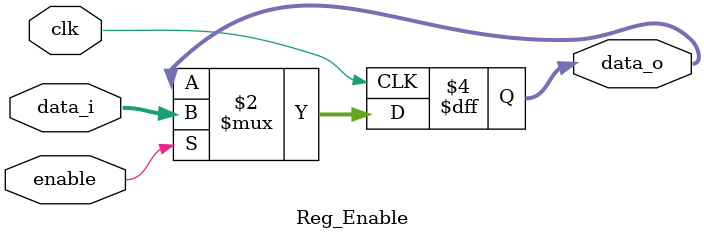
<source format=v>
module Reg_Enable(
    input clk, enable,
    input [31:0] data_i,
    output reg [31:0] data_o,
);

    always @(posedge clk) begin 
        if (enable) data_o <= data_i;
    end

endmodule 
</source>
